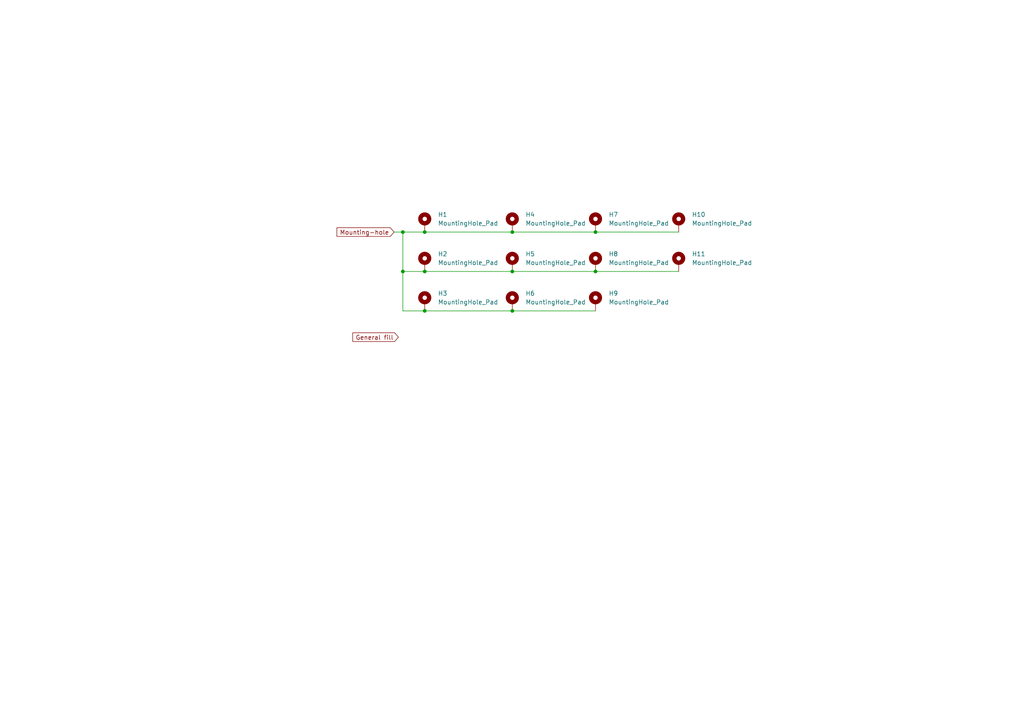
<source format=kicad_sch>
(kicad_sch (version 20200618) (host eeschema "(5.99.0-2195-g476558ece)")
  (page 1 1)
  (paper "A4")
  (lib_symbols
    (symbol "Mechanical:MountingHole_Pad" (pin_numbers hide) (pin_names hide)
      (property "Reference" "H" (at 0 6.35 0))
      (property "Value" "MountingHole_Pad" (at 0 4.445 0))
      (symbol "MountingHole_Pad_0_1"
        (circle (center 0 1.27) (radius 1.27) (stroke (width 1.27)))
      )
      (symbol "MountingHole_Pad_1_1"
        (pin input line (at 0 -2.54 90) (length 2.54) (name "1") (number "1"))
      )
    )
  )
  (junction (at 116.84 67.31))
  (junction (at 116.84 78.74))
  (junction (at 123.19 67.31))
  (junction (at 123.19 78.74))
  (junction (at 123.19 90.17))
  (junction (at 148.59 67.31))
  (junction (at 148.59 78.74))
  (junction (at 148.59 90.17))
  (junction (at 172.72 67.31))
  (junction (at 172.72 78.74))
  (wire (pts (xy 114.3 67.31) (xy 116.84 67.31)))
  (wire (pts (xy 116.84 67.31) (xy 123.19 67.31)))
  (wire (pts (xy 116.84 78.74) (xy 116.84 67.31)))
  (wire (pts (xy 116.84 90.17) (xy 116.84 78.74)))
  (wire (pts (xy 123.19 67.31) (xy 148.59 67.31)))
  (wire (pts (xy 123.19 78.74) (xy 116.84 78.74)))
  (wire (pts (xy 123.19 90.17) (xy 116.84 90.17)))
  (wire (pts (xy 148.59 67.31) (xy 172.72 67.31)))
  (wire (pts (xy 148.59 78.74) (xy 123.19 78.74)))
  (wire (pts (xy 148.59 90.17) (xy 123.19 90.17)))
  (wire (pts (xy 172.72 67.31) (xy 196.85 67.31)))
  (wire (pts (xy 172.72 78.74) (xy 148.59 78.74)))
  (wire (pts (xy 172.72 90.17) (xy 148.59 90.17)))
  (wire (pts (xy 196.85 78.74) (xy 172.72 78.74)))
  (global_label "Mounting-hole" (shape input) (at 114.3 67.31 180))
  (global_label "General fill" (shape input) (at 115.57 97.79 180))
  (symbol (lib_id "Mechanical:MountingHole_Pad") (at 123.19 64.77 0) (unit 1)
    (property "Reference" "H1" (at 127 62.23 0) (effects (justify left)))
    (property "Value" "MountingHole_Pad" (at 127 64.77 0) (effects (justify left)))
    (property "Footprint" "acheronHardware:PEM-KF2-M3-ET_(solder-in)" (effects hide))
  )
  (symbol (lib_id "Mechanical:MountingHole_Pad") (at 123.19 76.2 0) (unit 1)
    (property "Reference" "H2" (at 127 73.66 0) (effects (justify left)))
    (property "Value" "MountingHole_Pad" (at 127 76.2 0) (effects (justify left)))
    (property "Footprint" "acheronHardware:PEM-KF2-M3-ET_(solder-in)" (effects hide))
  )
  (symbol (lib_id "Mechanical:MountingHole_Pad") (at 123.19 87.63 0) (unit 1)
    (property "Reference" "H3" (at 127 85.09 0) (effects (justify left)))
    (property "Value" "MountingHole_Pad" (at 127 87.63 0) (effects (justify left)))
    (property "Footprint" "acheronHardware:PEM-KF2-M3-ET_(solder-in)" (effects hide))
  )
  (symbol (lib_id "Mechanical:MountingHole_Pad") (at 148.59 64.77 0) (unit 1)
    (property "Reference" "H4" (at 152.4 62.23 0) (effects (justify left)))
    (property "Value" "MountingHole_Pad" (at 152.4 64.77 0) (effects (justify left)))
    (property "Footprint" "acheronHardware:PEM-KF2-M3-ET_(solder-in)" (effects hide))
  )
  (symbol (lib_id "Mechanical:MountingHole_Pad") (at 148.59 76.2 0) (unit 1)
    (property "Reference" "H5" (at 152.4 73.66 0) (effects (justify left)))
    (property "Value" "MountingHole_Pad" (at 152.4 76.2 0) (effects (justify left)))
    (property "Footprint" "acheronHardware:PEM-KF2-M3-ET_(solder-in)" (effects hide))
  )
  (symbol (lib_id "Mechanical:MountingHole_Pad") (at 148.59 87.63 0) (unit 1)
    (property "Reference" "H6" (at 152.4 85.09 0) (effects (justify left)))
    (property "Value" "MountingHole_Pad" (at 152.4 87.63 0) (effects (justify left)))
    (property "Footprint" "acheronHardware:PEM-KF2-M3-ET_(solder-in)" (effects hide))
  )
  (symbol (lib_id "Mechanical:MountingHole_Pad") (at 172.72 64.77 0) (unit 1)
    (property "Reference" "H7" (at 176.53 62.23 0) (effects (justify left)))
    (property "Value" "MountingHole_Pad" (at 176.53 64.77 0) (effects (justify left)))
    (property "Footprint" "acheronHardware:PEM-KF2-M3-ET_(solder-in)" (effects hide))
  )
  (symbol (lib_id "Mechanical:MountingHole_Pad") (at 172.72 76.2 0) (unit 1)
    (property "Reference" "H8" (at 176.53 73.66 0) (effects (justify left)))
    (property "Value" "MountingHole_Pad" (at 176.53 76.2 0) (effects (justify left)))
    (property "Footprint" "acheronHardware:PEM-KF2-M3-ET_(solder-in)" (effects hide))
  )
  (symbol (lib_id "Mechanical:MountingHole_Pad") (at 172.72 87.63 0) (unit 1)
    (property "Reference" "H9" (at 176.53 85.09 0) (effects (justify left)))
    (property "Value" "MountingHole_Pad" (at 176.53 87.63 0) (effects (justify left)))
    (property "Footprint" "acheronHardware:PEM-KF2-M3-ET_(solder-in)" (effects hide))
  )
  (symbol (lib_id "Mechanical:MountingHole_Pad") (at 196.85 64.77 0) (unit 1)
    (property "Reference" "H10" (at 200.66 62.23 0) (effects (justify left)))
    (property "Value" "MountingHole_Pad" (at 200.66 64.77 0) (effects (justify left)))
    (property "Footprint" "acheronHardware:PEM-KF2-M3-ET_(solder-in)" (effects hide))
  )
  (symbol (lib_id "Mechanical:MountingHole_Pad") (at 196.85 76.2 0) (unit 1)
    (property "Reference" "H11" (at 200.66 73.66 0) (effects (justify left)))
    (property "Value" "MountingHole_Pad" (at 200.66 76.2 0) (effects (justify left)))
    (property "Footprint" "acheronHardware:PEM-KF2-M3-ET_(solder-in)" (effects hide))
  )
)
</source>
